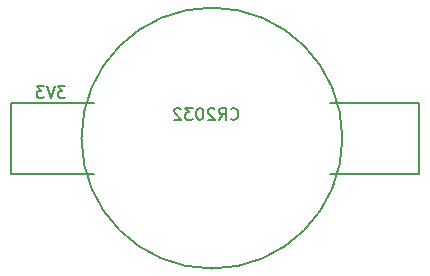
<source format=gbo>
G04 #@! TF.FileFunction,Legend,Bot*
%FSLAX46Y46*%
G04 Gerber Fmt 4.6, Leading zero omitted, Abs format (unit mm)*
G04 Created by KiCad (PCBNEW 4.0.5-e0-6337~49~ubuntu16.04.1) date Tue Jan 17 08:20:09 2017*
%MOMM*%
%LPD*%
G01*
G04 APERTURE LIST*
%ADD10C,0.100000*%
%ADD11C,0.150000*%
G04 APERTURE END LIST*
D10*
D11*
X121154000Y-64818000D02*
X113654000Y-64818000D01*
X121154000Y-70818000D02*
X113654000Y-70818000D01*
X114699361Y-67818000D02*
G75*
G03X114699361Y-67818000I-11045361J0D01*
G01*
X121154000Y-64818000D02*
X121154000Y-70818000D01*
X93654000Y-70818000D02*
X86654000Y-70818000D01*
X86654000Y-70818000D02*
X86654000Y-64818000D01*
X86654000Y-64818000D02*
X93654000Y-64818000D01*
X91255110Y-63410286D02*
X90636062Y-63410286D01*
X90969396Y-63791238D01*
X90826538Y-63791238D01*
X90731300Y-63838857D01*
X90683681Y-63886476D01*
X90636062Y-63981715D01*
X90636062Y-64219810D01*
X90683681Y-64315048D01*
X90731300Y-64362667D01*
X90826538Y-64410286D01*
X91112253Y-64410286D01*
X91207491Y-64362667D01*
X91255110Y-64315048D01*
X90350348Y-63410286D02*
X90017015Y-64410286D01*
X89683681Y-63410286D01*
X89445586Y-63410286D02*
X88826538Y-63410286D01*
X89159872Y-63791238D01*
X89017014Y-63791238D01*
X88921776Y-63838857D01*
X88874157Y-63886476D01*
X88826538Y-63981715D01*
X88826538Y-64219810D01*
X88874157Y-64315048D01*
X88921776Y-64362667D01*
X89017014Y-64410286D01*
X89302729Y-64410286D01*
X89397967Y-64362667D01*
X89445586Y-64315048D01*
X105249238Y-66175143D02*
X105296857Y-66222762D01*
X105439714Y-66270381D01*
X105534952Y-66270381D01*
X105677810Y-66222762D01*
X105773048Y-66127524D01*
X105820667Y-66032286D01*
X105868286Y-65841810D01*
X105868286Y-65698952D01*
X105820667Y-65508476D01*
X105773048Y-65413238D01*
X105677810Y-65318000D01*
X105534952Y-65270381D01*
X105439714Y-65270381D01*
X105296857Y-65318000D01*
X105249238Y-65365619D01*
X104249238Y-66270381D02*
X104582572Y-65794190D01*
X104820667Y-66270381D02*
X104820667Y-65270381D01*
X104439714Y-65270381D01*
X104344476Y-65318000D01*
X104296857Y-65365619D01*
X104249238Y-65460857D01*
X104249238Y-65603714D01*
X104296857Y-65698952D01*
X104344476Y-65746571D01*
X104439714Y-65794190D01*
X104820667Y-65794190D01*
X103868286Y-65365619D02*
X103820667Y-65318000D01*
X103725429Y-65270381D01*
X103487333Y-65270381D01*
X103392095Y-65318000D01*
X103344476Y-65365619D01*
X103296857Y-65460857D01*
X103296857Y-65556095D01*
X103344476Y-65698952D01*
X103915905Y-66270381D01*
X103296857Y-66270381D01*
X102677810Y-65270381D02*
X102582571Y-65270381D01*
X102487333Y-65318000D01*
X102439714Y-65365619D01*
X102392095Y-65460857D01*
X102344476Y-65651333D01*
X102344476Y-65889429D01*
X102392095Y-66079905D01*
X102439714Y-66175143D01*
X102487333Y-66222762D01*
X102582571Y-66270381D01*
X102677810Y-66270381D01*
X102773048Y-66222762D01*
X102820667Y-66175143D01*
X102868286Y-66079905D01*
X102915905Y-65889429D01*
X102915905Y-65651333D01*
X102868286Y-65460857D01*
X102820667Y-65365619D01*
X102773048Y-65318000D01*
X102677810Y-65270381D01*
X102011143Y-65270381D02*
X101392095Y-65270381D01*
X101725429Y-65651333D01*
X101582571Y-65651333D01*
X101487333Y-65698952D01*
X101439714Y-65746571D01*
X101392095Y-65841810D01*
X101392095Y-66079905D01*
X101439714Y-66175143D01*
X101487333Y-66222762D01*
X101582571Y-66270381D01*
X101868286Y-66270381D01*
X101963524Y-66222762D01*
X102011143Y-66175143D01*
X101011143Y-65365619D02*
X100963524Y-65318000D01*
X100868286Y-65270381D01*
X100630190Y-65270381D01*
X100534952Y-65318000D01*
X100487333Y-65365619D01*
X100439714Y-65460857D01*
X100439714Y-65556095D01*
X100487333Y-65698952D01*
X101058762Y-66270381D01*
X100439714Y-66270381D01*
M02*

</source>
